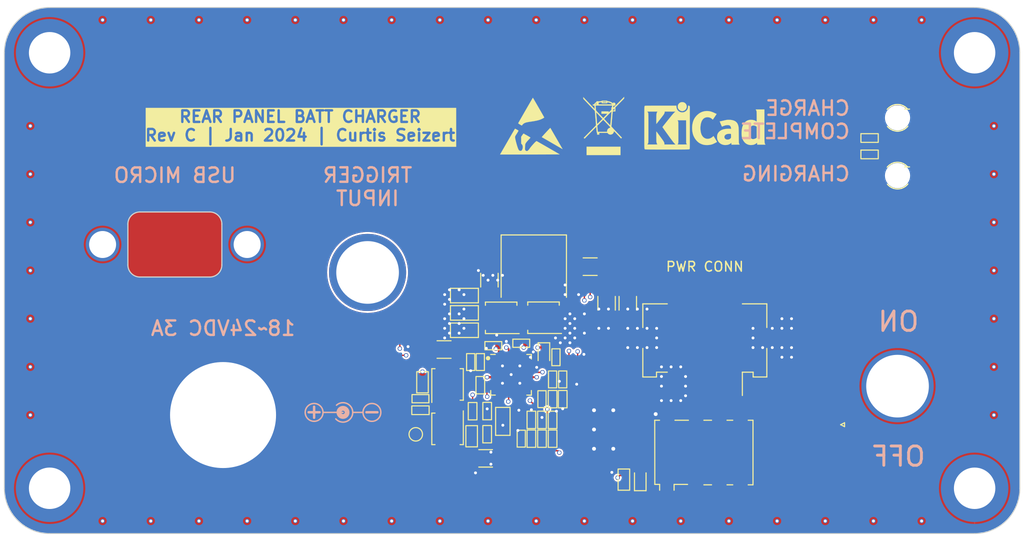
<source format=kicad_pcb>
(kicad_pcb (version 20221018) (generator pcbnew)
  (layers (0 "F.Cu" signal) (1 "In1.Cu" signal) (2 "In2.Cu" signal) (31 "B.Cu" signal) (34 "B.Paste" user) (35 "F.Paste" user) (36 "B.SilkS" user "B.Silkscreen") (37 "F.SilkS" user "F.Silkscreen") (38 "B.Mask" user) (39 "F.Mask" user) (44 "Edge.Cuts" user))
  (net 0 "")
  (net 1 "PWR_SW_GND")
  (net 2 "GND")
  (net 3 "2P")
  (net 4 "PWR_SW")
  (net 5 "Net-(C3-Pad1)")
  (net 6 "CHG_IN+")
  (net 7 "Net-(Q1-G)")
  (net 8 "Net-(C2-Pad1)")
  (net 9 "Net-(U1-TTC)")
  (net 10 "PACK+")
  (net 11 "CHG")
  (net 12 "Net-(D1-A)")
  (net 13 "Net-(D2-A)")
  (net 14 "ACP")
  (net 15 "VREF")
  (net 16 "ACN")
  (net 17 "CHG_VCC")
  (net 18 "/REGN")
  (net 19 "PH")
  (net 20 "/BTST")
  (net 21 "SRP")
  (net 22 "VFB")
  (net 23 "STAT1")
  (net 24 "STAT2")
  (net 25 "~{PG}")
  (net 26 "HIDRV")
  (net 27 "LODRV")
  (net 28 "TS")
  (net 29 "ACSET")
  (net 30 "ISET2")
  (net 31 "~{ACDRV}")
  (net 32 "ISET1")
  (net 33 "Net-(D3-K)")
  (net 34 "CASE")
  (net 38 "CE")
  (footprint "Package_SO:Vishay_PowerPAK_1212-8_Single" (layer "F.Cu") (at 83.3275 69.875 180)
    (fp_text reference "Q4" hide)
    (fp_text value "SiS106DN")
  )
  (footprint "Diode_SMD:D_SOD-523" (layer "F.Cu") (at 93.37 86.675 90)
    (fp_text reference "D3" hide)
    (fp_text value "NSR0340")
  )
  (footprint "Resistor_SMD:R_0402_1005Metric" (layer "F.Cu") (at 75.97 79.575 90)
    (fp_text reference "R12" hide)
    (fp_text value "100k")
  )
  (footprint "Resistor_SMD:R_1206_3216Metric" (layer "F.Cu") (at 73.0075 73.175 180)
    (fp_text reference "R17" hide)
    (fp_text value "0R01")
  )
  (footprint "Relay_SMD:Relay_DPDT_Omron_G6K-2F-Y" (layer "F.Cu") (at 99.97 83.875 90)
    (fp_text reference "K1" hide)
    (fp_text value "G6K-2F-Y DC24")
  )
  (footprint "Resistor_SMD:R_0402_1005Metric" (layer "F.Cu") (at 83.17 82.425 90)
    (fp_text reference "R8" hide)
    (fp_text value "100k")
  )
  (footprint "Capacitor_SMD:C_1206_3216Metric_Red" (layer "F.Cu") (at 77.32 84.475)
    (fp_text reference "C2" hide)
    (fp_text value "10uF")
  )
  (footprint "Connector_Coaxial:SMA_PanelMount" (layer "F.Cu") (at 65.07 65.175)
    (fp_text reference "H7" hide)
    (fp_text value "SMA_Mounting_Hole")
  )
  (footprint "Resistor_SMD:R_0402_1005Metric" (layer "F.Cu") (at 77.4825 81.9625 90)
    (fp_text reference "R4" hide)
    (fp_text value "100k")
  )
  (footprint "Resistor_SMD:R_0603_1608Metric_red" (layer "F.Cu") (at 91.67 86.675 90)
    (fp_text reference "R3" hide)
    (fp_text value "2R")
  )
  (footprint "Resistor_SMD:R_0402_1005Metric" (layer "F.Cu") (at 85.32 78.325 90)
    (fp_text reference "R20" hide)
    (fp_text value "100k")
  )
  (footprint "MountingHole:MountingHole_4.3mm_M4_ISO14580_Pad" (layer "F.Cu") (at 128.07 42.375)
    (fp_text reference "H4" hide)
    (fp_text value "MountingHole")
  )
  (footprint "Connector_USB:PANEL_CUTOUT_MUSBK15230" (layer "F.Cu") (at 45.07 62.275 180)
    (fp_text reference "H6" hide)
    (fp_text value "USB_Mounting_Hole")
    (fp_line (start -4.875 2.125) (end -4.875 -2.125) (stroke (width 0.12)) (layer "Edge.Cuts"))
    (fp_line (start -3.625 -3.375) (end 3.625 -3.375) (stroke (width 0.12)) (layer "Edge.Cuts"))
    (fp_line (start 3.625 3.375) (end -3.625 3.375) (stroke (width 0.12)) (layer "Edge.Cuts"))
    (fp_line (start 4.875 -2.125) (end 4.875 2.125) (stroke (width 0.12)) (layer "Edge.Cuts"))
    (fp_arc (start -4.875 -2.125) (mid -4.508884 -3.008884) (end -3.625 -3.375) (stroke (width 0.12)) (layer "Edge.Cuts"))
    (fp_arc (start -3.625 3.375) (mid -4.508884 3.008884) (end -4.875 2.125) (stroke (width 0.12)) (layer "Edge.Cuts"))
    (fp_arc (start 3.625 -3.375) (mid 4.508883 -3.008883) (end 4.875 -2.125) (stroke (width 0.12)) (layer "Edge.Cuts"))
    (fp_arc (start 4.875 2.125) (mid 4.508883 3.008883) (end 3.625 3.375) (stroke (width 0.12)) (layer "Edge.Cuts"))
  )
  (footprint "Symbol:WEEE-Logo_4.2x6mm_SilkScreen" (layer "F.Cu") (at 89.57 49.975)
    (fp_text reference "REF**" hide)
    (fp_text value "WEEE-Logo_4.2x6mm_SilkScreen" hide)
  )
  (footprint "Symbol:KiCad-Logo_5mm_SilkScreen" (layer "F.Cu") (at 100.07 50.475)
    (fp_text reference "REF**" hide)
    (fp_text value "KiCad-Logo_5mm_SilkScreen" hide)
  )
  (footprint "Package_SO:Vishay_PowerPAK_1212-8_Single" (layer "F.Cu") (at 73.37 76.7975 90)
    (fp_text reference "Q2" hide)
    (fp_text value "SiS443DN")
  )
  (footprint "LED_SMD:LED_Osram_Lx_P47F_D2mm_ReverseMount" (layer "F.Cu") (at 120.07 55.125 180)
    (fp_text reference "D2" hide)
    (fp_text value "LED")
  )
  (footprint "Resistor_SMD:R_0402_1005Metric" (layer "F.Cu") (at 82.07 82.425 90)
    (fp_text reference "R10" hide)
    (fp_text value "100k")
  )
  (footprint "Capacitor_SMD:C_0402_1005Metric" (layer "F.Cu") (at 76.77 74.475 -90)
    (fp_text reference "C8" hide)
    (fp_text value "1uF X5R")
  )
  (footprint "Capacitor_SMD:C_0402_1005Metric" (layer "F.Cu") (at 81.02 72.525)
    (fp_text reference "C6" hide)
    (fp_text value "1uF X5R")
  )
  (footprint "Resistor_SMD:R_0402_1005Metric" (layer "F.Cu") (at 76.77 76.875 90)
    (fp_text reference "R15" hide)
    (fp_text value "1k")
  )
  (footprint "Capacitor_SMD:C_0805_2012Metric_Red_outline" (layer "F.Cu") (at 79.1075 80.6325 -90)
    (fp_text reference "C4" hide)
    (fp_text value "47nF C0G")
  )
  (footprint "Symbol:ESD-Logo_6.6x6mm_SilkScreen" (layer "F.Cu") (at 82.07 49.975)
    (fp_text reference "REF**" hide)
    (fp_text value "ESD-Logo_6.6x6mm_SilkScreen" hide)
  )
  (footprint "MountingHole:MountingHole_4.3mm_M4_ISO14580_Pad" (layer "F.Cu") (at 32.07 42.375)
    (fp_text reference "H1" hide)
    (fp_text value "MountingHole")
  )
  (footprint "Capacitor_SMD:C_1206_3216Metric_Red" (layer "F.Cu") (at 92.07 68.375 -90)
    (fp_text reference "C13" hide)
    (fp_text value "10uF")
  )
  (footprint "Resistor_SMD:R_0402_1005Metric" (layer "F.Cu") (at 77.4825 79.5625 90)
    (fp_text reference "R5" hide)
    (fp_text value "100k")
  )
  (footprint "Capacitor_SMD:C_1206_3216Metric_Red" (layer "F.Cu") (at 77.72 65.975 90)
    (fp_text reference "C10" hide)
    (fp_text value "10uF")
  )
  (footprint "Capacitor_SMD:C_0402_1005Metric" (layer "F.Cu") (at 84.62 73.975 90)
    (fp_text reference "C7" hide)
    (fp_text value "1uF X5R")
  )
  (footprint "Capacitor_SMD:C_0402_1005Metric" (layer "F.Cu") (at 70.5575 78.275 180)
    (fp_text reference "C3" hide)
    (fp_text value "1uF X5R")
  )
  (footprint "Capacitor_SMD:C_0402_1005Metric" (layer "F.Cu") (at 83.17 78.325 -90)
    (fp_text reference "C15" hide)
    (fp_text value "22pF")
  )
  (footprint "Capacitor_SMD:C_0402_1005Metric" (layer "F.Cu") (at 75.77 74.475 90)
    (fp_text reference "C5" hide)
    (fp_text value "1uF X5R")
  )
  (footprint "Capacitor_SMD:C_0805_2012Metric_Red_outline" (layer "F.Cu") (at 75.12 71.175 180)
    (fp_text reference "C18" hide)
    (fp_text value "10uF/50V")
  )
  (footprint "Resistor_SMD:R_0402_1005Metric" (layer "F.Cu") (at 82.07 80.475 90)
    (fp_text reference "R11" hide)
    (fp_text value "13k7")
  )
  (footprint "Capacitor_SMD:C_1206_3216Metric_Red" (layer "F.Cu") (at 89.87 68.375 -90)
    (fp_text reference "C14" hide)
    (fp_text value "10uF")
  )
  (footprint "Inductor_SMD:L_Coilcraft_XAL60xx_6.36x6.56mm" (layer "F.Cu") (at 82.32 64.575 -90)
    (fp_text reference "L1" hide)
    (fp_text value "XGL6060-123")
  )
  (footprint "Resistor_SMD:R_0603_1608Metric_red" (layer "F.Cu") (at 75.87 82.175 -90)
    (fp_text reference "R13" hide)
    (fp_text value "2R")
  )
  (footprint "Panel_Cutouts:PanelCutout_6.5mm_PTH" (layer "F.Cu") (at 120.07 76.975)
    (fp_text reference "H5" hide)
    (fp_text value "MountingHole")
  )
  (footprint "Resistor_SMD:R_0402_1005Metric" (layer "F.Cu") (at 84.27 78.325 90)
    (fp_text reference "R19" hide)
    (fp_text value "680k")
  )
  (footprint "Capacitor_SMD:C_0402_1005Metric" (layer "F.Cu") (at 85.32 76.275 -90)
    (fp_text reference "C11" hide)
    (fp_text value "1uF X5R")
  )
  (footprint "Resistor_SMD:R_0402_1005Metric" (layer "F.Cu") (at 70.5575 79.475 180)
    (fp_text reference "R14" hide)
    (fp_text value "100k")
  )
  (footprint "Resistor_SMD:R_0402_1005Metric" (layer "F.Cu") (at 83.17 80.475 90)
    (fp_text reference "R9" hide)
    (fp_text value "13k7")
  )
  (footprint "Capacitor_SMD:C_0402_1005Metric" (layer "F.Cu") (at 81.02 82.425 90)
    (fp_text reference "C1" hide)
    (fp_text value "1uF X5R")
  )
  (footprint "Package_DFN_QFN:HVQFN-24-1EP_4x4mm_P0.5mm_EP2.5x2.5mm" (layer "F.Cu") (at 79.9575 75.795)
    (fp_text reference "U1" hide)
    (fp_text value "BQ24618")
  )
  (footprint "MountingHole:MountingHole_4.3mm_M4_ISO14580_Pad" (layer "F.Cu") (at 128.07 87.575)
    (fp_text reference "H3" hide)
    (fp_text value "MountingHole")
  )
  (footprint "Capacitor_SMD:C_0805_2012Metric_Red_outline" (layer "F.Cu") (at 75.12 69.375 180)
    (fp_text reference "C17" hide)
    (fp_text value "10uF/50V")
  )
  (footprint "Package_SO:Vishay_PowerPAK_1212-8_Single" (layer "F.Cu") (at 78.935 69.885 180)
    (fp_text reference "Q3" hide)
    (fp_text value "SiS106DN")
  )
  (footprint "Resistor_SMD:R_1206_3216Metric" (layer "F.Cu") (at 88.17 64.575 180)
    (fp_text reference "R18" hide)
    (fp_text value "0R01")
  )
  (footprint "Resistor_SMD:R_0402_1005Metric" (layer "F.Cu") (at 117.17 52.925)
    (fp_text reference "R2" hide)
    (fp_text value "13k7")
  )
  (footprint "LED_SMD:LED_Osram_Lx_P47F_D2mm_ReverseMount" (layer "F.Cu") (at 120.07 49.125 180)
    (fp_text reference "D1" hide)
    (fp_text value "LED")
  )
  (footprint "Connector_Molex:Molex_Micro-Fit_3.0_43045-0618_2x03-1MP_P3.00mm_Vertical" (layer "F.Cu") (at 100.07 71.975 180)
    (fp_text reference "J2" hide)
    (fp_text value "Molex Micro-Fit 3.0 43045-0618")
  )
  (footprint "Capacitor_SMD:C_0402_1005Metric" (layer "F.Cu") (at 84.27 76.275 90)
    (fp_text reference "C12" hide)
    (fp_text value "1uF X5R")
  )
  (footprint "Package_SO:Vishay_PowerPAK_1212-8_Single" (layer "F.Cu") (at 73.37 81.4075 -90)
    (fp_text reference "Q1" hide)
    (fp_text value "SiS443DN")
  )
  (footprint "Capacitor_SMD:C_0805_2012Metric_Red_outline" (layer "F.Cu") (at 75.12 67.575 180)
    (fp_text reference "C16" hide)
    (fp_text value "10uF/50V")
  )
  (footprint "TestPoint:TestPoint_3Pads" (layer "F.Cu") (at 112.07 76.975 180)
    (fp_text reference "SW1" hide)
    (fp_text value "SW_SPDT")
  )
  (footprint "Resistor_SMD:R_0402_1005Metric" (layer "F.Cu") (at 84.27 82.425 90)
    (fp_text reference "R6" hide)
    (fp_text value "100k")
  )
  (footprint "Resistor_SMD:R_0402_1005Metric" (layer "F.Cu") (at 117.17 51.225)
    (fp_text reference "R1" hide)
    (fp_text value "13k7")
  )
  (footprint "Resistor_SMD:R_0402_1005Metric" (layer "F.Cu") (at 84.27 80.475 90)
    (fp_text reference "R7" hide)
    (fp_text value "13k7")
  )
  (footprint "Capacitor_SMD:C_0402_1005Metric" (layer "F.Cu") (at 78.12 72.775 180)
    (fp_text reference "C9" hide)
    (fp_text value "1uF X5R")
  )
  (footprint "TestPoint:TestPoint_Pad_D1.0mm" (layer "F.Cu") (at 70.07 81.975)
    (fp_text reference "TP1" hide)
    (fp_text value "TestPoint")
  )
  (footprint "Resistor_SMD:R_0603_1608Metric_red" (layer "F.Cu") (at 70.77 76.575 90)
    (fp_text reference "R16" hide)
    (fp_text value "2R")
  )
  (footprint "MountingHole:MountingHole_4.3mm_M4_ISO14580_Pad" (layer "F.Cu") (at 32.07 87.575)
    (fp_text reference "H2" hide)
    (fp_text value "MountingHole")
  )
  (footprint "Connector_BarrelJack:BarrelJackDC_Switchcraft721_712" (layer "F.Cu") (at 50.07 79.975)
    (fp_text reference "J1" hide)
    (fp_text value "Barrel_Jack")
  )
  (footprint "Diode_SMD:D_SOD-523" (layer "F.Cu") (at 83.37 73.625 -90)
    (fp_text reference "D4" hide)
    (fp_text value "NSR0340")
  )
  (footprint "Symbol:Symbol_Barrel_Polarity" (layer "B.Cu") (at 62.52 79.625 180)
    (fp_text reference "REF**" hide)
    (fp_text value "Symbol_Barrel_Polarity")
  )
  (gr_circle (center 77.57 74.075) (end 77.42 74.075) (stroke (width 0.15)) (fill solid) (layer "F.SilkS"))
  (gr_line (start 132.77 87.575) (end 132.77 42.375) (stroke (width 0.1)) (layer "Edge.Cuts"))
  (gr_line (start 27.37 87.575) (end 27.37 42.375) (stroke (width 0.1)) (layer "Edge.Cuts"))
  (gr_arc (start 132.77 87.575) (mid 131.393402 90.898402) (end 128.07 92.275) (stroke (width 0.1)) (layer "Edge.Cuts"))
  (gr_line (start 32.07 92.275) (end 128.07 92.275) (stroke (width 0.1)) (layer "Edge.Cuts"))
  (gr_arc (start 32.07 92.275) (mid 28.746598 90.898402) (end 27.37 87.575) (stroke (width 0.1)) (layer "Edge.Cuts"))
  (gr_arc (start 27.37 42.375) (mid 28.746598 39.051598) (end 32.07 37.675) (stroke (width 0.1)) (layer "Edge.Cuts"))
  (gr_line (start 32.07 37.675) (end 128.07 37.675) (stroke (width 0.1)) (layer "Edge.Cuts"))
  (gr_arc (start 128.07 37.675) (mid 131.393402 39.051598) (end 132.77 42.375) (stroke (width 0.1)) (layer "Edge.Cuts"))
  (gr_text "-" (at 65.52 79.575) (layer "B.SilkS") (effects (font (size 1.5 1.5) (thickness 0.25)) (justify mirror)))
  (gr_text "CHARGING" (at 115.27 55.825) (layer "B.SilkS") (effects (font (size 1.5 1.5) (thickness 0.25) bold) (justify left bottom mirror)))
  (gr_text "TRIGGER\nINPUT" (at 65.07 58.375) (layer "B.SilkS") (effects (font (size 1.5 1.5) (thickness 0.25) bold) (justify bottom mirror)))
  (gr_text "USB MICRO" (at 45.07 55.975) (layer "B.SilkS") (effects (font (size 1.5 1.5) (thickness 0.25) bold) (justify bottom mirror)))
  (gr_text "CHARGE\nCOMPLETE" (at 115.27 51.425) (layer "B.SilkS") (effects (font (size 1.5 1.5) (thickness 0.25) bold) (justify left bottom mirror)))
  (gr_text "ON" (at 120.17 70.275) (layer "B.SilkS") (effects (font (size 2 2) (thickness 0.3)) (justify mirror)))
  (gr_text "18~24VDC 3A" (at 50.07 70.975) (layer "B.SilkS") (effects (font (size 1.5 1.5) (thickness 0.25)) (justify mirror)))
  (gr_text "+" (at 59.52 79.575) (layer "B.SilkS") (effects (font (size 1.5 1.5) (thickness 0.25)) (justify mirror)))
  (gr_text "OFF" (at 120.17 84.275) (layer "B.SilkS") (effects (font (size 2 2) (thickness 0.3)) (justify mirror)))
  (gr_text "PWR CONN" (at 100.07 64.575) (layer "F.SilkS") (effects (font (size 1 1))))
  (gr_text "REAR PANEL BATT CHARGER\nRev C | Jan 2024 | Curtis Seizert" (at 58.07 49.975) (layer "F.SilkS" knockout) (effects (font (size 1.2 1.2) (thickness 0.25) bold)))
  (segment (start 105.32 81.525) (end 105.32 77.875) (width 0.15) (layer "F.Cu") (net 1))
  (segment (start 99.37 81.675) (end 100.27 82.575) (width 0.15) (layer "F.Cu") (net 1))
  (segment (start 100.27 82.575) (end 104.87 82.575) (width 0.15) (layer "F.Cu") (net 1))
  (segment (start 104.12 76.675) (end 103.07 76.675) (width 0.15) (layer "F.Cu") (net 1))
  (segment (start 105.32 82.125) (end 105.32 81.525) (width 0.15) (layer "F.Cu") (net 1))
  (segment (start 115.12 73.575) (end 115.12 82.325) (width 0.15) (layer "F.Cu") (net 1))
  (segment (start 114.67 82.775) (end 108.52 82.775) (width 0.15) (layer "F.Cu") (net 1))
  (segment (start 99.37 80.375) (end 99.37 81.675) (width 0.15) (layer "F.Cu") (net 1))
  (segment (start 107.27 81.525) (end 105.32 81.525) (width 0.15) (layer "F.Cu") (net 1))
  (segment (start 104.87 82.575) (end 105.32 82.125) (width 0.15) (layer "F.Cu") (net 1))
  (segment (start 112.07 72.975) (end 114.52 72.975) (width 0.15) (layer "F.Cu") (net 1))
  (segment (start 114.52 72.975) (end 115.12 73.575) (width 0.15) (layer "F.Cu") (net 1))
  (segment (start 115.12 82.325) (end 114.67 82.775) (width 0.15) (layer "F.Cu") (net 1))
  (segment (start 105.32 77.875) (end 104.12 76.675) (width 0.15) (layer "F.Cu") (net 1))
  (segment (start 108.52 82.775) (end 107.27 81.525) (width 0.15) (layer "F.Cu") (net 1))
  (segment (start 81.895 75.045) (end 80.9 75.045) (width 0.2) (layer "F.Cu") (net 2))
  (segment (start 81.895 75.045) (end 82.6 75.045) (width 0.25) (layer "F.Cu") (net 2))
  (segment (start 93.37 83.175) (end 96.17 80.375) (width 0.2) (layer "F.Cu") (net 2))
  (segment (start 77.64 72.775) (end 77.64 72.805) (width 0.25) (layer "F.Cu") (net 2))
  (segment (start 77.64 72.805) (end 77.395 73.05) (width 0.25) (layer "F.Cu") (net 2))
  (segment (start 82.6 75.045) (end 82.62 75.025) (width 0.25) (layer "F.Cu") (net 2))
  (segment (start 93.37 85.975) (end 93.37 83.175) (width 0.2) (layer "F.Cu") (net 2))
  (via (at 98.07 77.975) (size 0.45) (drill 0.3) (layers "F.Cu" "B.Cu") (net 2))
  (via (at 75.07 69.975) (size 0.45) (drill 0.3) (layers "F.Cu" "B.Cu") (net 2))
  (via (at 79.1075 81.0325) (size 0.45) (drill 0.3) (layers "F.Cu" "B.Cu") (net 2))
  (via (at 109.07 69.975) (size 0.45) (drill 0.3) (layers "F.Cu" "B.Cu") (net 2))
  (via (at 74.57 70.475) (size 0.45) (drill 0.3) (layers "F.Cu" "B.Cu") (net 2))
  (via (at 85.32 79.325) (size 0.45) (drill 0.3) (layers "F.Cu" "B.Cu") (net 2))
  (via (at 93.07 70.975) (size 0.45) (drill 0.3) (layers "F.Cu" "B.Cu") (net 2))
  (via (at 95.57 76.975) (size 0.45) (drill 0.3) (layers "F.Cu" "B.Cu") (net 2))
  (via (at 94.07 68.975) (size 0.45) (drill 0.3) (layers "F.Cu" "B.Cu") (net 2))
  (via (at 92.07 68.975) (size 0.45) (drill 0.3) (layers "F.Cu" "B.Cu") (net 2))
  (via (at 77.4825 79.3325) (size 0.45) (drill 0.3) (layers "F.Cu" "B.Cu") (net 2))
  (via (at 105.07 71.975) (size 0.45) (drill 0.3) (layers "F.Cu" "B.Cu") (net 2))
  (via (at 90.42 85.925) (size 0.45) (drill 0.3) (layers "F.Cu" "B.Cu") (net 2))
  (via (at 109.07 72.975) (size 0.45) (drill 0.3) (layers "F.Cu" "B.Cu") (net 2))
  (via (at 86.07 72.475) (size 0.45) (drill 0.3) (layers "F.Cu" "B.Cu") (net 2))
  (via (at 89.07 68.975) (size 0.45) (drill 0.3) (layers "F.Cu" "B.Cu") (net 2))
  (via (at 87.57 71.475) (size 0.45) (drill 0.3) (layers "F.Cu" "B.Cu") (net 2))
  (via (at 73.07 68.475) (size 0.45) (drill 0.3) (layers "F.Cu" "B.Cu") (net 2))
  (via (at 85.57 67.475) (size 0.45) (drill 0.3) (layers "F.Cu" "B.Cu") (net 2))
  (via (at 106.07 72.975) (size 0.45) (drill 0.3) (layers "F.Cu" "B.Cu") (net 2))
  (via (at 83.17 80.225) (size 0.45) (drill 0.3) (layers "F.Cu" "B.Cu") (net 2))
  (via (at 77.87 85.075) (size 0.45) (drill 0.3) (layers "F.Cu" "B.Cu") (net 2))
  (via (at 90.07 70.975) (size 0.45) (drill 0.3) (layers "F.Cu" "B.Cu") (net 2))
  (via (at 77.395 73.05) (size 0.45) (drill 0.3) (layers "F.Cu" "B.Cu") (net 2))
  (via (at 79.97 75.775) (size 0.45) (drill 0.3) (layers "F.Cu" "B.Cu") (net 2))
  (via (at 74.57 66.975) (size 0.45) (drill 0.3) (layers "F.Cu" "B.Cu") (net 2))
  (via (at 78.07 65.475) (size 0.45) (drill 0.3) (layers "F.Cu" "B.Cu") (net 2))
  (via (at 105.07 70.975) (size 0.45) (drill 0.3) (layers "F.Cu" "B.Cu") (net 2))
  (via (at 108.07 70.975) (size 0.45) (drill 0.3) (layers "F.Cu" "B.Cu") (net 2))
  (via (at 73.57 70.475) (size 0.45) (drill 0.3) (layers "F.Cu" "B.Cu") (net 2))
  (via (at 95.07 70.975) (size 0.45) (drill 0.3) (layers "F.Cu" "B.Cu") (net 2))
  (via (at 85.57 71.975) (size 0.45) (drill 0.3) (layers "F.Cu" "B.Cu") (net 2))
  (via (at 109.07 70.975) (size 0.45) (drill 0.3) (layers "F.Cu" "B.Cu") (net 2))
  (via (at 82.62 75.025) (size 0.45) (drill 0.3) (layers "F.Cu" "B.Cu") (net 2))
  (via (at 85.57 66.475) (size 0.45) (drill 0.3) (layers "F.Cu" "B.Cu") (net 2))
  (via (at 88.57 83.475) (size 0.8) (drill 0.4) (layers "F.Cu" "B.Cu") (net 2))
  (via (at 80.87 74.875) (size 0.45) (drill 0.3) (layers "F.Cu" "B.Cu") (net 2))
  (via (at 95.57 75.975) (size 0.45) (drill 0.3) (layers "F.Cu" "B.Cu") (net 2))
  (via (at 78.47 71.675) (size 0.45) (drill 0.3) (layers "F.Cu" "B.Cu") (net 2))
  (via (at 92.07 72.975) (size 0.45) (drill 0.3) (layers "F.Cu" "B.Cu") (net 2))
  (via (at 77.57 65.975) (size 0.45) (drill 0.3) (layers "F.Cu" "B.Cu") (net 2))
  (via (at 90.57 83.475) (size 0.8) (drill 0.4) (layers "F.Cu" "B.Cu") (net 2))
  (via (at 78.57 65.975) (size 0.45) (drill 0.3) (layers "F.Cu" "B.Cu") (net 2))
  (via (at 95.07 72.975) (size 0.45) (drill 0.3) (layers "F.Cu" "B.Cu") (net 2))
  (via (at 84.97 76.475) (size 0.45) (drill 0.3) (layers "F.Cu" "B.Cu") (net 2))
  (via (at 107.07 70.975) (size 0.45) (drill 0.3) (layers "F.Cu" "B.Cu") (net 2))
  (via (at 97.57 74.975) (size 0.45) (drill 0.3) (layers "F.Cu" "B.Cu") (net 2))
  (via (at 86.07 70.475) (size 0.45) (drill 0.3) (layers "F.Cu" "B.Cu") (net 2))
  (via (at 107.07 72.975) (size 0.45) (drill 0.3) (layers "F.Cu" "B.Cu") (net 2))
  (via (at 86.77 76.775) (size 0.45) (drill 0.3) (layers "F.Cu" "B.Cu") (net 2))
  (via (at 108.07 69.975) (size 0.45) (drill 0.3) (layers "F.Cu" "B.Cu") (net 2))
  (via (at 74.57 71.475) (size 0.45) (drill 0.3) (layers "F.Cu" "B.Cu") (net 2))
  (via (at 80.67 81.575) (size 0.45) (drill 0.3) (layers "F.Cu" "B.Cu") (net 2))
  (via (at 75.07 68.975) (size 0.45) (drill 0.3) (layers "F.Cu" "B.Cu") (net 2))
  (via (at 73.07 67.475) (size 0.45) (drill 0.3) (layers "F.Cu" "B.Cu") (net 2))
  (via (at 85.57 69.975) (size 0.45) (drill 0.3) (layers "F.Cu" "B.Cu") (net 2))
  (via (at 79.07 65.475) (size 0.45) (drill 0.3) (layers "F.Cu" "B.Cu") (net 2))
  (via (at 96.57 78.475) (size 0.45) (drill 0.3) (layers "F.Cu" "B.Cu") (net 2))
  (via (at 86.57 69.975) (size 0.45) (drill 0.3) (layers "F.Cu" "B.Cu") (net 2))
  (via (at 86.97 67.475) (size 0.45) (drill 0.3) (layers "F.Cu" "B.Cu") (net 2))
  (via (at 87.52 73.675) (size 0.45) (drill 0.3) (layers "F.Cu" "B.Cu") (net 2))
  (via (at 84.67 79.575) (size 0.45) (drill 0.3) (layers "F.Cu" "B.Cu") (net 2))
  (via (at 93.07 72.975) (size 0.45) (drill 0.3) (layers "F.Cu" "B.Cu") (net 2))
  (via (at 73.57 71.475) (size 0.45) (drill 0.3) (layers "F.Cu" "B.Cu") (net 2))
  (via (at 98.07 76.975) (size 0.45) (drill 0.3) (layers "F.Cu" "B.Cu") (net 2))
  (via (at 75.07 70.975) (size 0.45) (drill 0.3) (layers "F.Cu" "B.Cu") (net 2))
  (via (at 77.07 65.475) (size 0.45) (drill 0.3) (layers "F.Cu" "B.Cu") (net 2))
  (via (at 74.57 69.475) (size 0.45) (drill 0.3) (layers "F.Cu" "B.Cu") (net 2))
  (via (at 79.07 74.875) (size 0.45) (drill 0.3) (layers "F.Cu" "B.Cu") (net 2))
  (via (at 81.97 73.975) (size 0.45) (drill 0.3) (layers "F.Cu" "B.Cu") (net 2))
  (via (at 94.97 79.875) (size 0.8) (drill 0.4) (layers "F.Cu" "B.Cu") (net 2))
  (via (at 82.27 73.425) (size 0.45) (drill 0.3) (layers "F.Cu" "B.Cu") (net 2))
  (via (at 95.57 74.975) (size 0.45) (drill 0.3) (layers "F.Cu" "B.Cu") (net 2))
  (via (at 90.07 68.975) (size 0.45) (drill 0.3) (layers "F.Cu" "B.Cu") (net 2))
  (via (at 86.57 70.975) (size 0.45) (drill 0.3) (layers "F.Cu" "B.Cu") (net 2))
  (via (at 90.57 79.475) (size 0.8) (drill 0.4) (layers "F.Cu" "B.Cu") (net 2))
  (via (at 73.07 70.975) (size 0.45) (drill 0.3) (layers "F.Cu" "B.Cu") (net 2))
  (via (at 69.27 72.875) (size 0.45) (drill 0.3) (layers "F.Cu" "B.Cu") (net 2))
  (via (at 94.07 72.975) (size 0.45) (drill 0.3) (layers "F.Cu" "B.Cu") (net 2))
  (via (at 109.07 73.975) (size 0.45) (drill 0.3) (layers "F.Cu" "B.Cu") (net 2))
  (via (at 73.57 69.475) (size 0.45) (drill 0.3) (layers "F.Cu" "B.Cu") (net 2))
  (via (at 108.07 72.975) (size 0.45) (drill 0.3) (layers "F.Cu" "B.Cu") (net 2))
  (via (at 94.07 70.975) (size 0.45) (drill 0.3) (layers "F.Cu" "B.Cu") (net 2))
  (via (at 76.57 64.975) (size 0.45) (drill 0.3) (layers "F.Cu" "B.Cu") (net 2))
  (via (at 73.57 66.975) (size 0.45) (drill 0.3) (layers "F.Cu" "B.Cu") (net 2))
  (via (at 86.57 71.975) (size 0.45) (drill 0.3) (layers "F.Cu" "B.Cu") (net 2))
  (via (at 96.57 74.975) (size 0.45) (drill 0.3) (layers "F.Cu" "B.Cu") (net 2))
  (via (at 86.07 71.475) (size 0.45) (drill 0.3) (layers "F.Cu" "B.Cu") (net 2))
  (via (at 95.07 71.975) (size 0.45) (drill 0.3) (layers "F.Cu" "B.Cu") (net 2))
  (via (at 80.87 76.675) (size 0.45) (drill 0.3) (layers "F.Cu" "B.Cu") (net 2))
  (via (at 79.47 72.325) (size 0.45) (drill 0.3) (layers "F.Cu" "B.Cu") (net 2))
  (via (at 86.07 69.475) (size 0.45) (drill 0.3) (layers "F.Cu" "B.Cu") (net 2))
  (via (at 85.57 70.975) (size 0.45) (drill 0.3) (layers "F.Cu" "B.Cu") (net 2))
  (via (at 84.57 71.975) (size 0.45) (drill 0.3) (layers "F.Cu" "B.Cu") (net 2))
  (via (at 93.07 68.975) (size 0.45) (drill 0.3) (layers "F.Cu" "B.Cu") (net 2))
  (via (at 77.87 83.825) (size 0.45) (drill 0.3) (layers "F.Cu" "B.Cu") (net 2))
  (via (at 88.57 79.475) (size 0.8) (drill 0.4) (layers "F.Cu" "B.Cu") (net 2))
  (via (at 73.57 67.975) (size 0.45) (drill 0.3) (layers "F.Cu" "B.Cu") (net 2))
  (via (at 87.57 69.475) (size 0.45) (drill 0.3) (layers "F.Cu" "B.Cu") (net 2))
  (via (at 92.07 70.975) (size 0.45) (drill 0.3) (layers "F.Cu" "B.Cu") (net 2))
  (via (at 95.57 78.475) (size 0.45) (drill 0.3) (layers "F.Cu" "B.Cu") (net 2))
  (via (at 97.57 78.475) (size 0.45) (drill 0.3) (layers "F.Cu" "B.Cu") (net 2))
  (via (at 79.07 76.675) (size 0.45) (drill 0.3) (layers "F.Cu" "B.Cu") (net 2))
  (via (at 73.07 69.975) (size 0.45) (drill 0.3) (layers "F.Cu" "B.Cu") (net 2))
  (via (at 108.07 73.975) (size 0.45) (drill 0.3) (layers "F.Cu" "B.Cu") (net 2))
  (via (at 105.07 72.975) (size 0.45) (drill 0.3) (layers "F.Cu" "B.Cu") (net 2))
  (via (at 89.07 70.975) (size 0.45) (drill 0.3) (layers "F.Cu" "B.Cu") (net 2))
  (via (at 76.27 85.975) (size 0.45) (drill 0.3) (layers "F.Cu" "B.Cu") (net 2))
  (via (at 85.07 72.475) (size 0.45) (drill 0.3) (layers "F.Cu" "B.Cu") (net 2))
  (via (at 75.77 75.375) (size 0.45) (drill 0.3) (layers "F.Cu" "B.Cu") (net 2))
  (via (at 75.07 67.475) (size 0.45) (drill 0.3) (layers "F.Cu" "B.Cu") (net 2))
  (via (at 88.57 81.475) (size 0.8) (drill 0.4) (layers "F.Cu" "B.Cu") (net 2))
  (via (at 73.07 71.975) (size 0.45) (drill 0.3) (layers "F.Cu" "B.Cu") (net 2))
  (via (at 98.07 75.975) (size 0.45) (drill 0.3) (layers "F.Cu" "B.Cu") (net 2))
  (via (at 80.77 79.475) (size 0.45) (drill 0.3) (layers "F.Cu" "B.Cu") (net 2))
  (via (at 82.07 79.425) (size 0.45) (drill 0.3) (layers "F.Cu" "B.Cu") (net 2))
  (segment (start 110.42 80.975) (end 103.47 74.025) (width 0.15) (layer "F.Cu") (net 3))
  (segment (start 103.47 74.025) (end 100.82 74.025) (width 0.15) (layer "F.Cu") (net 3))
  (segment (start 100.07 74.775) (end 100.07 76.675) (width 0.15) (layer "F.Cu") (net 3))
  (segment (start 101.42 78.575) (end 100.07 77.225) (width 0.15) (layer "F.Cu") (net 3))
  (segment (start 100.82 74.025) (end 100.07 74.775) (width 0.15) (layer "F.Cu") (net 3))
  (segment (start 102.72 78.575) (end 101.42 78.575) (width 0.15) (layer "F.Cu") (net 3))
  (segment (start 103.77 79.625) (end 102.72 78.575) (width 0.15) (layer "F.Cu") (net 3))
  (segment (start 103.07 72.675) (end 103.07 67.275) (width 0.15) (layer "F.Cu") (net 4))
  (segment (start 107.37 76.975) (end 103.07 72.675) (width 0.15) (layer "F.Cu") (net 4))
  (segment (start 112.07 76.975) (end 107.37 76.975) (width 0.15) (layer "F.Cu") (net 4))
  (segment (start 72.38 78.2325) (end 71.135 78.2325) (width 0.15) (layer "F.Cu") (net 5))
  (segment (start 71.01 79.4175) (end 71.01 77.0325) (width 0.15) (layer "F.Cu") (net 5))
  (segment (start 84.82 83.675) (end 84.97 83.825) (width 0.15) (layer "F.Cu") (net 6))
  (segment (start 70.77 67.225) (end 70.77 62.625) (width 0.15) (layer "F.Cu") (net 6))
  (segment (start 75.87 81.689117) (end 77.305883 83.125) (width 0.15) (layer "F.Cu") (net 6))
  (segment (start 80.07 83.125) (end 80.62 83.675) (width 0.15) (layer "F.Cu") (net 6))
  (segment (start 75.87 81.525) (end 75.87 80.185) (width 0.15) (layer "F.Cu") (net 6))
  (segment (start 77.305883 83.125) (end 80.07 83.125) (width 0.15) (layer "F.Cu") (net 6))
  (segment (start 80.47 52.925) (end 116.66 52.925) (width 0.15) (layer "F.Cu") (net 6))
  (segment (start 75.87 81.525) (end 73.81 81.525) (width 0.5) (layer "F.Cu") (net 6))
  (segment (start 70.77 62.625) (end 80.47 52.925) (width 0.15) (layer "F.Cu") (net 6))
  (segment (start 63.77 74.225) (end 70.77 67.225) (width 0.15) (layer "F.Cu") (net 6))
  (segment (start 62.07 79.975) (end 62.07 76.225) (width 0.15) (layer "F.Cu") (net 6))
  (segment (start 116.66 52.925) (end 116.66 51.225) (width 0.15) (layer "F.Cu") (net 6))
  (segment (start 63.77 74.525) (end 63.77 74.225) (width 0.15) (layer "F.Cu") (net 6))
  (segment (start 91.47 86.025) (end 91.02 86.475) (width 0.15) (layer "F.Cu") (net 6))
  (segment (start 80.62 83.675) (end 84.82 83.675) (width 0.15) (layer "F.Cu") (net 6))
  (segment (start 62.07 76.225) (end 63.77 74.525) (width 0.15) (layer "F.Cu") (net 6))
  (segment (start 84.97 83.825) (end 84.97 83.875) (width 0.15) (layer "F.Cu") (net 6))
  (via (at 91.02 86.475) (size 0.45) (drill 0.3) (layers "F.Cu" "B.Cu") (net 6))
  (via (at 84.97 83.875) (size 0.45) (drill 0.3) (layers "F.Cu" "B.Cu") (net 6))
  (segment (start 74.7875 78.28) (end 74.74 78.2325) (width 0.15) (layer "F.Cu") (net 7))
  (segment (start 71.205 80.6325) (end 70.0475 79.475) (width 0.15) (layer "F.Cu") (net 7))
  (segment (start 76.77 77.385) (end 75.56 77.385) (width 0.15) (layer "F.Cu") (net 7))
  (segment (start 72.38 80.46) (end 72.6125 80.6925) (width 0.15) (layer "F.Cu") (net 7))
  (segment (start 74.7875 80.6925) (end 74.7875 78.28) (width 0.15) (layer "F.Cu") (net 7))
  (segment (start 74.74 78.2325) (end 74.36 78.2325) (width 0.15) (layer "F.Cu") (net 7))
  (segment (start 70.0475 79.475) (end 70.0475 78.305) (width 0.15) (layer "F.Cu") (net 7))
  (segment (start 74.7125 78.2325) (end 74.36 78.2325) (width 0.15) (layer "F.Cu") (net 7))
  (segment (start 72.6125 80.6925) (end 74.7875 80.6925) (width 0.15) (layer "F.Cu") (net 7))
  (segment (start 71.96 80.6325) (end 71.205 80.6325) (width 0.15) (layer "F.Cu") (net 7))
  (segment (start 72.38 80.2125) (end 71.96 80.6325) (width 0.15) (layer "F.Cu") (net 7))
  (segment (start 72.38 79.9725) (end 72.38 80.46) (width 0.15) (layer "F.Cu") (net 7))
  (segment (start 75.56 77.385) (end 74.7125 78.2325) (width 0.15) (layer "F.Cu") (net 7))
  (segment (start 75.87 82.825) (end 75.87 84.425) (width 0.5) (layer "F.Cu") (net 8))
  (segment (start 79.1075 79.0325) (end 78.7075 78.6325) (width 0.15) (layer "F.Cu") (net 9))
  (segment (start 78.7075 78.6325) (end 78.7075 77.7325) (width 0.15) (layer "F.Cu") (net 9))
  (segment (start 79.1075 79.6825) (end 79.1075 79.0325) (width 0.15) (layer "F.Cu") (net 9))
  (segment (start 83.55 77.045) (end 83.84 76.755) (width 0.15) (layer "F.Cu") (net 10))
  (segment (start 85.581188 77.32) (end 85.895 77.006188) (width 0.15) (layer "F.Cu") (net 10))
  (segment (start 86.87 74.825) (end 86.87 73.375) (width 0.15) (layer "F.Cu") (net 10))
  (segment (start 84.835 77.32) (end 85.581188 77.32) (width 0.15) (layer "F.Cu") (net 10))
  (segment (start 81.895 77.045) (end 83.55 77.045) (width 0.15) (layer "F.Cu") (net 10))
  (segment (start 88.17 65.675) (end 88.17 67.725) (width 0.15) (layer "F.Cu") (net 10))
  (segment (start 84.27 76.755) (end 84.27 77.815) (width 0.15) (layer "F.Cu") (net 10))
  (segment (start 89.47 64.975) (end 88.87 64.975) (width 0.15) (layer "F.Cu") (net 10))
  (segment (start 83.17 77.845) (end 84.24 77.845) (width 0.15) (layer "F.Cu") (net 10))
  (segment (start 88.57 65.275) (end 88.17 65.675) (width 0.15) (layer "F.Cu") (net 10))
  (segment (start 83.84 76.755) (end 84.27 76.755) (width 0.15) (layer "F.Cu") (net 10))
  (segment (start 85.895 75.8) (end 86.87 74.825) (width 0.15) (layer "F.Cu") (net 10))
  (segment (start 88.87 64.975) (end 88.57 65.275) (width 0.15) (layer "F.Cu") (net 10))
  (segment (start 85.895 77.006188) (end 85.895 75.8) (width 0.15) (layer "F.Cu") (net 10))
  (segment (start 84.27 76.755) (end 84.835 77.32) (width 0.15) (layer "F.Cu") (net 10))
  (via (at 88.17 67.725) (size 0.45) (drill 0.3) (layers "F.Cu" "B.Cu") (net 10))
  (via (at 86.87 73.375) (size 0.45) (drill 0.3) (layers "F.Cu" "B.Cu") (net 10))
  (segment (start 98.72 74.775) (end 100.07 73.425) (width 0.15) (layer "F.Cu") (net 11))
  (segment (start 98.72 78.175) (end 98.72 74.775) (width 0.15) (layer "F.Cu") (net 11))
  (segment (start 100.07 73.425) (end 100.07 67.275) (width 0.15) (layer "F.Cu") (net 11))
  (segment (start 101.42 79.725) (end 100.67 78.975) (width 0.15) (layer "F.Cu") (net 11))
  (segment (start 99.52 78.975) (end 98.72 78.175) (width 0.15) (layer "F.Cu") (net 11))
  (segment (start 100.67 78.975) (end 99.52 78.975) (width 0.15) (layer "F.Cu") (net 11))
  (segment (start 117.68 49.215) (end 117.77 49.125) (width 0.15) (layer "F.Cu") (net 12))
  (segment (start 117.68 51.225) (end 117.68 49.215) (width 0.15) (layer "F.Cu") (net 12))
  (segment (start 117.68 55.035) (end 117.77 55.125) (width 0.15) (layer "F.Cu") (net 13))
  (segment (start 117.68 52.925) (end 117.68 55.035) (width 0.15) (layer "F.Cu") (net 13))
  (segment (start 72.67 73.175) (end 71.6075 73.175) (width 0.15) (layer "F.Cu") (net 14))
  (segment (start 76.76 75.045) (end 78.02 75.045) (width 0.15) (layer "F.Cu") (net 14))
  (segment (start 73.97 74.475) (end 72.67 73.175) (width 0.15) (layer "F.Cu") (net 14))
  (segment (start 75.29 74.475) (end 73.97 74.475) (width 0.15) (layer "F.Cu") (net 14))
  (segment (start 75.77 74.055) (end 76.76 75.045) (width 0.15) (layer "F.Cu") (net 14))
  (segment (start 75.77 73.995) (end 75.29 74.475) (width 0.15) (layer "F.Cu") (net 14))
  (segment (start 80.145 82.2) (end 80.315 82.2) (width 0.15) (layer "F.Cu") (net 15))
  (segment (start 80.2075 82.0925) (end 80.33 82.215) (width 0.15) (layer "F.Cu") (net 15))
  (segment (start 80.2075 77.7325) (end 80.2075 81.975) (width 0.15) (layer "F.Cu") (net 15))
  (segment (start 77.53 82.425) (end 77.4825 82.4725) (width 0.15) (layer "F.Cu") (net 15))
  (segment (start 80.33 82.215) (end 81.02 82.905) (width 0.15) (layer "F.Cu") (net 15))
  (segment (start 82.07 82.935) (end 81.05 82.935) (width 0.15) (layer "F.Cu") (net 15))
  (segment (start 80.2075 82.1375) (end 80.145 82.2) (width 0.15) (layer "F.Cu") (net 15))
  (segment (start 81.05 82.935) (end 81.02 82.905) (width 0.15) (layer "F.Cu") (net 15))
  (segment (start 79.92 82.425) (end 77.53 82.425) (width 0.15) (layer "F.Cu") (net 15))
  (segment (start 80.2075 81.975) (end 80.2075 82.1375) (width 0.15) (layer "F.Cu") (net 15))
  (segment (start 80.145 82.2) (end 79.92 82.425) (width 0.15) (layer "F.Cu") (net 15))
  (segment (start 82.07 82.935) (end 84.27 82.935) (width 0.15) (layer "F.Cu") (net 15))
  (segment (start 80.2075 81.975) (end 80.2075 82.0925) (width 0.15) (layer "F.Cu") (net 15))
  (segment (start 80.315 82.2) (end 80.33 82.215) (width 0.15) (layer "F.Cu") (net 15))
  (segment (start 76.89 73.995) (end 77.44 74.545) (width 0.15) (layer "F.Cu") (net 16))
  (segment (start 74.5325 73.175) (end 75.95 73.175) (width 0.15) (layer "F.Cu") (net 16))
  (segment (start 77.44 74.545) (end 78.02 74.545) (width 0.15) (layer "F.Cu") (net 16))
  (segment (start 75.95 73.175) (end 76.77 73.995) (width 0.15) (layer "F.Cu") (net 16))
  (segment (start 78.7075 73.8575) (end 78.7075 73.173896) (width 0.25) (layer "F.Cu") (net 17))
  (segment (start 78.508604 72.975) (end 78.389321 73.094283) (width 0.25) (layer "F.Cu") (net 17))
  (segment (start 78.508604 72.975) (end 78.6 72.883604) (width 0.25) (layer "F.Cu") (net 17))
  (segment (start 78.6 72.883604) (end 78.6 72.775) (width 0.25) (layer "F.Cu") (net 17))
  (segment (start 78.7075 73.173896) (end 78.508604 72.975) (width 0.25) (layer "F.Cu") (net 17))
  (segment (start 70.77 75.925) (end 70.77 75.475) (width 0.15) (layer "F.Cu") (net 17))
  (via (at 78.389321 73.094283) (size 0.45) (drill 0.3) (layers "F.Cu" "B.Cu") (net 17))
  (via (at 70.77 75.475) (size 0.45) (drill 0.3) (layers "F.Cu" "B.Cu") (net 17))
  (segment (start 83.37 74.325) (end 84.49 74.325) (width 0.15) (layer "F.Cu") (net 18))
  (segment (start 81.895 74.545) (end 83.15 74.545) (width 0.15) (layer "F.Cu") (net 18))
  (segment (start 80.7075 71.7125) (end 80.7075 73.8575) (width 0.15) (layer "F.Cu") (net 19))
  (segment (start 80.37 71.375) (end 80.7075 71.7125) (width 0.15) (layer "F.Cu") (net 19))
  (segment (start 80.37 71.375) (end 80.37 70.875) (width 0.15) (layer "F.Cu") (net 19))
  (segment (start 79.7075 73.8575) (end 79.7075 73.0875) (width 0.15) (layer "F.Cu") (net 20))
  (segment (start 82.7125 72.975) (end 82.755 72.9325) (width 0.15) (layer "F.Cu") (net 20))
  (segment (start 79.72 73.175) (end 79.7075 73.1875) (width 0.15) (layer "F.Cu") (net 20))
  (segment (start 79.595 72.975) (end 79.47 72.975) (width 0.15) (layer "F.Cu") (net 20))
  (segment (start 81.5 72.745) (end 81.27 72.975) (width 0.15) (layer "F.Cu") (net 20))
  (segment (start 82.755 72.9325) (end 83.2125 72.9325) (width 0.15) (layer "F.Cu") (net 20))
  (segment (start 81.5 72.525) (end 81.5 72.745) (width 0.15) (layer "F.Cu") (net 20))
  (segment (start 79.47 72.975) (end 79.47 72.85) (width 0.15) (layer "F.Cu") (net 20))
  (segment (start 79.7075 73.0875) (end 79.595 72.975) (width 0.15) (layer "F.Cu") (net 20))
  (segment (start 83.17 72.975) (end 82.7125 72.975) (width 0.15) (layer "F.Cu") (net 20))
  (segment (start 79.7075 73.1875) (end 79.7075 73.8575) (width 0.15) (layer "F.Cu") (net 20))
  (via (at 82.7125 72.975) (size 0.45) (drill 0.3) (layers "F.Cu" "B.Cu") (net 20))
  (via (at 79.47 72.975) (size 0.45) (drill 0.3) (layers "F.Cu" "B.Cu") (net 20))
  (via (at 81.27 72.975) (size 0.45) (drill 0.3) (layers "F.Cu" "B.Cu") (net 20))
  (segment (start 84.27 75.795) (end 85.32 75.795) (width 0.15) (layer "F.Cu") (net 21))
  (segment (start 83.52 76.545) (end 84.27 75.795) (width 0.15) (layer "F.Cu") (net 21))
  (segment (start 81.895 76.545) (end 83.52 76.545) (width 0.15) (layer "F.Cu") (net 21))
  (segment (start 87.17 64.975) (end 87.57 65.375) (width 0.15) (layer "F.Cu") (net 21))
  (segment (start 87.57 65.375) (end 87.57 68.075) (width 0.15) (layer "F.Cu") (net 21))
  (segment (start 85.32 75.795) (end 85.97 75.145) (width 0.15) (layer "F.Cu") (net 21))
  (segment (start 86.545 64.975) (end 87.17 64.975) (width 0.15) (layer "F.Cu") (net 21))
  (segment (start 85.97 75.145) (end 85.97 73.325) (width 0.15) (layer "F.Cu") (net 21))
  (via (at 87.57 68.075) (size 0.45) (drill 0.3) (layers "F.Cu" "B.Cu") (net 21))
  (via (at 85.97 73.325) (size 0.45) (drill 0.3) (layers "F.Cu" "B.Cu") (net 21))
  (segment (start 84.27 78.835) (end 83.2 78.835) (width 0.15) (layer "F.Cu") (net 22))
  (segment (start 82.09 77.725) (end 81.215 77.725) (width 0.15) (layer "F.Cu") (net 22))
  (segment (start 83.17 78.805) (end 82.09 77.725) (width 0.15) (layer "F.Cu") (net 22))
  (segment (start 85.29 77.815) (end 84.27 78.835) (width 0.15) (layer "F.Cu") (net 22))
  (segment (start 120.32 57.175) (end 122.37 55.125) (width 0.15) (layer "F.Cu") (net 23))
  (segment (start 115.62 55.025) (end 115.62 56.425) (width 0.15) (layer "F.Cu") (net 23))
  (segment (start 77.45618 78.03618) (end 77.45618 77.325266) (width 0.15) (layer "F.Cu") (net 23))
  (segment (start 71.17 67.375) (end 71.17 63.325) (width 0.15) (layer "F.Cu") (net 23))
  (segment (start 69.07 73.775) (end 68.22 73.775) (width 0.15) (layer "F.Cu") (net 23))
  (segment (start 71.17 63.325) (end 81.12 53.375) (width 0.15) (layer "F.Cu") (net 23))
  (segment (start 67.72 70.825) (end 71.17 67.375) (width 0.15) (layer "F.Cu") (net 23))
  (segment (start 77.45618 77.325266) (end 77.3575 77.226586) (width 0.15) (layer "F.Cu") (net 23))
  (segment (start 77.535457 76.545) (end 78.02 76.545) (width 0.15) (layer "F.Cu") (net 23))
  (segment (start 67.72 73.275) (end 67.72 70.825) (width 0.15) (layer "F.Cu") (net 23))
  (segment (start 116.37 57.175) (end 120.32 57.175) (width 0.15) (layer "F.Cu") (net 23))
  (segment (start 115.62 56.425) (end 116.37 57.175) (width 0.15) (layer "F.Cu") (net 23))
  (segment (start 81.12 53.375) (end 113.97 53.375) (width 0.15) (layer "F.Cu") (net 23))
  (segment (start 68.22 73.775) (end 67.72 73.275) (width 0.15) (layer "F.Cu") (net 23))
  (segment (start 77.3575 77.226586) (end 77.3575 76.722957) (width 0.15) (layer "F.Cu") (net 23))
  (segment (start 77.3575 76.722957) (end 77.535457 76.545) (width 0.15) (layer "F.Cu") (net 23))
  (segment (start 77.4825 78.0625) (end 77.45618 78.03618) (width 0.15) (layer "F.Cu") (net 23))
  (segment (start 113.97 53.375) (end 115.62 55.025) (width 0.15) (layer "F.Cu") (net 23))
  (via (at 77.4825 78.0625) (size 0.45) (drill 0.3) (layers "F.Cu" "B.Cu") (net 23))
  (via (at 69.07 73.775) (size 0.45) (drill 0.3) (layers "F.Cu" "B.Cu") (net 23))
  (segment (start 68.420002 73.075) (end 68.420002 70.749262) (width 0.15) (layer "F.Cu") (net 24))
  (segment (start 124.07 56.725) (end 124.07 50.825) (width 0.15) (layer "F.Cu") (net 24))
  (segment (start 79.7075 77.7325) (end 79.7075 78.5375) (width 0.15) (layer "F.Cu") (net 24))
  (segment (start 79.7075 78.5375) (end 79.67 78.575) (width 0.15) (layer "F.Cu") (net 24))
  (segment (start 85.344264 53.825) (end 113.67 53.825) (width 0.15) (layer "F.Cu") (net 24))
  (segment (start 116.32 57.825) (end 122.97 57.825) (width 0.15) (layer "F.Cu") (net 24))
  (segment (start 113.67 53.825) (end 114.82 54.975) (width 0.15) (layer "F.Cu") (net 24))
  (segment (start 124.07 50.825) (end 122.37 49.125) (width 0.15) (layer "F.Cu") (net 24))
  (segment (start 68.420002 70.749262) (end 85.344264 53.825) (width 0.15) (layer "F.Cu") (net 24))
  (segment (start 122.97 57.825) (end 124.07 56.725) (width 0.15) (layer "F.Cu") (net 24))
  (segment (start 114.82 56.325) (end 116.32 57.825) (width 0.15) (layer "F.Cu") (net 24))
  (segment (start 114.82 54.975) (end 114.82 56.325) (width 0.15) (layer "F.Cu") (net 24))
  (via (at 68.420002 73.075) (size 0.45) (drill 0.3) (layers "F.Cu" "B.Cu") (net 24))
  (via (at 79.67 78.575) (size 0.45) (drill 0.3) (layers "F.Cu" "B.Cu") (net 24))
  (segment (start 79.97 72.875) (end 79.97 71.775) (width 0.15) (layer "F.Cu") (net 26))
  (segment (start 80.2075 73.1125) (end 79.97 72.875) (width 0.15) (layer "F.Cu") (net 26))
  (segment (start 79.725 68.895) (end 80.37 68.895) (width 0.15) (layer "F.Cu") (net 26))
  (segment (start 79.65 71.455) (end 79.65 68.97) (width 0.15) (layer "F.Cu") (net 26))
  (segment (start 79.65 68.97) (end 79.725 68.895) (width 0.15) (layer "F.Cu") (net 26))
  (segment (start 79.97 71.775) (end 79.65 71.455) (width 0.15) (layer "F.Cu") (net 26))
  (segment (start 80.2075 73.8575) (end 80.2075 73.1125) (width 0.15) (layer "F.Cu") (net 26))
  (segment (start 82.7275 71.7175) (end 82.22 72.225) (width 0.15) (layer "F.Cu") (net 27))
  (segment (start 82.22 72.725) (end 81.2075 73.7375) (width 0.15) (layer "F.Cu") (net 27))
  (segment (start 83.8575 71.2175) (end 83.3575 71.7175) (width 0.15) (layer "F.Cu") (net 27))
  (segment (start 84.7625 68.885) (end 84.275 68.885) (width 0.15) (layer "F.Cu") (net 27))
  (segment (start 82.97 71.7175) (end 82.8275 71.7175) (width 0.15) (layer "F.Cu") (net 27))
  (segment (start 82.97 71.7175) (end 82.7275 71.7175) (width 0.15) (layer "F.Cu") (net 27))
  (segment (start 82.22 72.225) (end 82.22 72.725) (width 0.15) (layer "F.Cu") (net 27))
  (segment (start 83.3575 71.7175) (end 82.97 71.7175) (width 0.15) (layer "F.Cu") (net 27))
  (segment (start 81.2075 73.7375) (end 81.2075 73.8575) (width 0.15) (layer "F.Cu") (net 27))
  (segment (start 83.8575 69.3025) (end 83.8575 71.2175) (width 0.15) (layer "F.Cu") (net 27))
  (segment (start 84.275 68.885) (end 83.8575 69.3025) (width 0.15) (layer "F.Cu") (net 27))
  (segment (start 77.4825 81.3125) (end 77.4825 80.2125) (width 0.15) (layer "F.Cu") (net 28))
  (segment (start 77.4825 80.2125) (end 78.1575 79.5375) (width 0.15) (layer "F.Cu") (net 28))
  (segment (start 78.1575 77.1825) (end 78.02 77.045) (width 0.15) (layer "F.Cu") (net 28))
  (segment (start 78.1575 79.5375) (end 78.1575 77.1825) (width 0.15) (layer "F.Cu") (net 28))
  (segment (start 83.77 79.375) (end 83.715 79.43) (width 0.15) (layer "F.Cu") (net 29))
  (segment (start 81.895 75.545) (end 83.199996 75.545) (width 0.15) (layer "F.Cu") (net 29))
  (segment (start 83.72 79.425) (end 83.72 79.375) (width 0.15) (layer "F.Cu") (net 29))
  (segment (start 83.199996 75.545) (end 83.22 75.524996) (width 0.15) (layer "F.Cu") (net 29))
  (segment (start 83.715 80.43) (end 83.715 79.43) (width 0.15) (layer "F.Cu") (net 29))
  (segment (start 83.72 79.375) (end 83.77 79.375) (width 0.15) (layer "F.Cu") (net 29))
  (segment (start 84.27 80.985) (end 83.715 80.43) (width 0.15) (layer "F.Cu") (net 29))
  (segment (start 84.27 81.915) (end 84.27 80.985) (width 0.15) (layer "F.Cu") (net 29))
  (via (at 83.22 75.524996) (size 0.45) (drill 0.3) (layers "F.Cu" "B.Cu") (net 29))
  (via (at 83.72 79.375) (size 0.45) (drill 0.3) (layers "F.Cu" "B.Cu") (net 29))
  (segment (start 82.625441 80.630441) (end 82.625441 79.180441) (width 0.15) (layer "F.Cu") (net 30))
  (segment (start 82.625441 79.180441) (end 81.92 78.475) (width 0.15) (layer "F.Cu") (net 30))
  (segment (start 82.98 80.985) (end 82.625441 80.630441) (width 0.15) (layer "F.Cu") (net 30))
  (segment (start 83.17 81.915) (end 83.17 80.985) (width 0.15) (layer "F.Cu") (net 30))
  (segment (start 81.895 76.045) (end 82.62 76.045) (width 0.15) (layer "F.Cu") (net 30))
  (segment (start 83.17 80.985) (end 82.98 80.985) (width 0.15) (layer "F.Cu") (net 30))
  (via (at 82.62 76.045) (size 0.45) (drill 0.3) (layers "F.Cu" "B.Cu") (net 30))
  (via (at 81.92 78.475) (size 0.45) (drill 0.3) (layers "F.Cu" "B.Cu") (net 30))
  (segment (start 76.77 75.825) (end 76.77 76.365) (width 0.15) (layer "F.Cu") (net 31))
  (segment (start 78.02 75.545) (end 77.05 75.545) (width 0.15) (layer "F.Cu") (net 31))
  (segment (start 77.05 75.545) (end 76.77 75.825) (width 0.15) (layer "F.Cu") (net 31))
  (segment (start 82.07 80.985) (end 81.525 80.44) (width 0.15) (layer "F.Cu") (net 32))
  (segment (start 81.525 79.33) (end 80.7075 78.5125) (width 0.15) (layer "F.Cu") (net 32))
  (segment (start 82.07 81.915) (end 82.07 80.985) (width 0.15) (layer "F.Cu") (net 32))
  (segment (start 81.525 80.44) (end 81.525 79.33) (width 0.15) (layer "F.Cu") (net 32))
  (segment (start 80.7075 78.5125) (end 80.7075 77.7325) (width 0.15) (layer "F.Cu") (net 32))
  (segment (start 96.17 87.375) (end 91.72 87.375) (width 0.2) (layer "F.Cu") (net 33))
  (via (at 62.57 38.975) (size 0.45) (drill 0.3) (layers "F.Cu" "B.Cu") (net 34))
  (via (at 52.57 90.975) (size 0.45) (drill 0.3) (layers "F.Cu" "B.Cu") (net 34))
  (via (at 112.57 38.975) (size 0.45) (drill 0.3) (layers "F.Cu" "B.Cu") (net 34))
  (via (at 30.07 54.975) (size 0.45) (drill 0.3) (layers "F.Cu" "B.Cu") (net 34))
  (via (at 117.57 38.975) (size 0.45) (drill 0.3) (layers "F.Cu" "B.Cu") (net 34))
  (via (at 57.57 38.975) (size 0.45) (drill 0.3) (layers "F.Cu" "B.Cu") (net 34))
  (via (at 37.57 90.975) (size 0.45) (drill 0.3) (layers "F.Cu" "B.Cu") (net 34))
  (via (at 42.57 90.975) (size 0.45) (drill 0.3) (layers "F.Cu" "B.Cu") (net 34))
  (via (at 130.07 54.975) (size 0.45) (drill 0.3) (layers "F.Cu" "B.Cu") (net 34))
  (via (at 67.57 38.975) (size 0.45) (drill 0.3) (layers "F.Cu" "B.Cu") (net 34))
  (via (at 57.57 90.975) (size 0.45) (drill 0.3) (layers "F.Cu" "B.Cu") (net 34))
  (via (at 87.57 38.975) (size 0.45) (drill 0.3) (layers "F.Cu" "B.Cu") (net 34))
  (via (at 92.57 90.975) (size 0.45) (drill 0.3) (layers "F.Cu" "B.Cu") (net 34))
  (via (at 30.07 74.975) (size 0.45) (drill 0.3) (layers "F.Cu" "B.Cu") (net 34))
  (via (at 30.07 79.975) (size 0.45) (drill 0.3) (layers "F.Cu" "B.Cu") (net 34))
  (via (at 30.07 59.975) (size 0.45) (drill 0.3) (layers "F.Cu" "B.Cu") (net 34))
  (via (at 72.57 38.975) (size 0.45) (drill 0.3) (layers "F.Cu" "B.Cu") (net 34))
  (via (at 42.57 38.975) (size 0.45) (drill 0.3) (layers "F.Cu" "B.Cu") (net 34))
  (via (at 130.07 49.975) (size 0.45) (drill 0.3) (layers "F.Cu" "B.Cu") (net 34))
  (via (at 82.57 38.975) (size 0.45) (drill 0.3) (layers "F.Cu" "B.Cu") (net 34))
  (via (at 97.57 90.975) (size 0.45) (drill 0.3) (layers "F.Cu" "B.Cu") (net 34))
  (via (at 130.07 79.975) (size 0.45) (drill 0.3) (layers "F.Cu" "B.Cu") (net 34))
  (via (at 37.57 38.975) (size 0.45) (drill 0.3) (layers "F.Cu" "B.Cu") (net 34))
  (via (at 112.57 90.975) (size 0.45) (drill 0.3) (layers "F.Cu" "B.Cu") (net 34))
  (via (at 47.57 38.975) (size 0.45) (drill 0.3) (layers "F.Cu" "B.Cu") (net 34))
  (via (at 97.57 38.975) (size 0.45) (drill 0.3) (layers "F.Cu" "B.Cu") (net 34))
  (via (at 62.57 90.975) (size 0.45) (drill 0.3) (layers "F.Cu" "B.Cu") (net 34))
  (via (at 30.07 69.975) (size 0.45) (drill 0.3) (layers "F.Cu" "B.Cu") (net 34))
  (via (at 130.07 69.975) (size 0.45) (drill 0.3) (layers "F.Cu" "B.Cu") (net 34))
  (via (at 107.57 38.975) (size 0.45) (drill 0.3) (layers "F.Cu" "B.Cu") (net 34))
  (via (at 52.57 38.975) (size 0.45) (drill 0.3) (layers "F.Cu" "B.Cu") (net 34))
  (via (at 92.57 38.975) (size 0.45) (drill 0.3) (layers "F.Cu" "B.Cu") (net 34))
  (via (at 130.07 64.975) (size 0.45) (drill 0.3) (layers "F.Cu" "B.Cu") (net 34))
  (via (at 47.57 90.975) (size 0.45) (drill 0.3) (layers "F.Cu" "B.Cu") (net 34))
  (via (at 67.57 90.975) (size 0.45) (drill 0.3) (layers "F.Cu" "B.Cu") (net 34))
  (via (at 130.07 74.975) (size 0.45) (drill 0.3) (layers "F.Cu" "B.Cu") (net 34))
  (via (at 72.57 90.975) (size 0.45) (drill 0.3) (layers "F.Cu" "B.Cu") (net 34))
  (via (at 122.57 38.975) (size 0.45) (drill 0.3) (layers "F.Cu" "B.Cu") (net 34))
  (via (at 117.57 90.975) (size 0.45) (drill 0.3) (layers "F.Cu" "B.Cu") (net 34))
  (via (at 102.57 38.975) (size 0.45) (drill 0.3) (layers "F.Cu" "B.Cu") (net 34))
  (via (at 30.07 49.975) (size 0.45) (drill 0.3) (layers "F.Cu" "B.Cu") (net 34))
  (via (at 77.57 90.975) (size 0.45) (drill 0.3) (layers "F.Cu" "B.Cu") (net 34))
  (via (at 30.07 64.975) (size 0.45) (drill 0.3) (layers "F.Cu" "B.Cu") (net 34))
  (via (at 130.07 59.975) (size 0.45) (drill 0.3) (layers "F.Cu" "B.Cu") (net 34))
  (via (at 82.57 90.975) (size 0.45) (drill 0.3) (layers "F.Cu" "B.Cu") (net 34))
  (via (at 122.57 90.975) (size 0.45) (drill 0.3) (layers "F.Cu" "B.Cu") (net 34))
  (via (at 102.57 90.975) (size 0.45) (drill 0.3) (layers "F.Cu" "B.Cu") (net 34))
  (via (at 107.57 90.975) (size 0.45) (drill 0.3) (layers "F.Cu" "B.Cu") (net 34))
  (via (at 87.57 90.975) (size 0.45) (drill 0.3) (layers "F.Cu" "B.Cu") (net 34))
  (via (at 77.57 38.975) (size 0.45) (drill 0.3) (layers "F.Cu" "B.Cu") (net 34))
  (segment (start 75.97 77.875) (end 75.97 79.065) (width 0.15) (layer "F.Cu") (net 38))
  (segment (start 77.495 76.045) (end 78.02 76.045) (width 0.15) (layer "F.Cu") (net 38))
  (via (at 75.97 77.875) (size 0.45) (drill 0.3) (layers "F.Cu" "B.Cu") (net 38))
  (via (at 77.47 76.045) (size 0.45) (drill 0.3) (layers "F.Cu" "B.Cu") (net 38))
  (zone (net 5) (net_name "Net-(C3-Pad1)") (layer "F.Cu") (priority 1) (connect_pads yes (clearance 0.2)) (min_thickness 0.254) (fill yes (thermal_gap 0.508) (thermal_bridge_width 0.508) (smoothing fillet) (radius 0.2))
    (polygon (pts (xy 73.96 77.7325) (xy 73.96 78.9325) (xy 74.56 79.5325) (xy 74.56 80.4325) (xy 72.86 80.4325) (xy 72.86 79.5325) (xy 72.16 78.8325) (xy 72.16 77.7325)))
  )
  (zone (net 21) (net_name "SRP") (layer "F.Cu") (priority 3) (connect_pads yes (clearance 0.2)) (min_thickness 0.25) (fill yes (thermal_gap 0.5) (thermal_bridge_width 0.5))
    (polygon (pts (xy 79.17 61.475) (xy 79.17 64.475) (xy 84.87 64.475) (xy 86.07 65.675) (xy 87.27 65.675) (xy 87.27 61.475)))
  )
  (zone (net 34) (net_name "CASE") (layer "F.Cu") (priority 7) (connect_pads yes (clearance 0.2)) (min_thickness 0.25) (fill yes (thermal_gap 0.5) (thermal_bridge_width 0.5) (smoothing fillet) (radius 0.2))
    (polygon (pts (xy 27.07 92.975) (xy 39.07 92.975) (xy 39.07 81.975) (xy 37.07 81.975) (xy 37.07 70.975) (xy 39.07 70.975) (xy 39.07 36.975) (xy 27.07 36.975)))
  )
  (zone (net 16) (net_name "ACN") (layer "F.Cu") (priority 4) (connect_pads yes (clearance 0.2)) (min_thickness 0.25) (fill yes (thermal_gap 0.5) (thermal_bridge_width 0.5) (smoothing fillet) (radius 0.2))
    (polygon (pts (xy 74.17 74.275) (xy 75.17 74.275) (xy 78.37 71.075) (xy 79.17 71.075) (xy 79.17 66.875) (xy 76.57 66.875) (xy 75.57 66.875) (xy 75.57 68.275) (xy 75.57 68.675) (xy 75.57 70.875) (xy 73.97 72.475) (xy 73.97 74.075)))
  )
  (zone (net 34) (net_name "CASE") (layer "F.Cu") (priority 7) (connect_pads yes (clearance 0.2)) (min_thickness 0.25) (fill yes (thermal_gap 0.5) (thermal_bridge_width 0.5) (smoothing fillet) (radius 0.2))
    (polygon (pts (xy 36.07 87.975) (xy 36.07 92.975) (xy 128.07 92.975) (xy 128.07 86.975) (xy 108.07 86.975) (xy 108.07 89.975) (xy 41.07 89.975) (xy 41.07 87.975)))
  )
  (zone (net 19) (net_name "PH") (layer "F.Cu") (priority 3) (connect_pads yes (clearance 0.2)) (min_thickness 0.25) (fill yes (thermal_gap 0.5) (thermal_bridge_width 0.5) (smoothing fillet) (radius 0.2))
    (polygon (pts (xy 79.57 70.975) (xy 79.57 65.975) (xy 83.57 65.975) (xy 83.57 70.975)))
  )
  (zone (net 14) (net_name "ACP") (layer "F.Cu") (priority 5) (connect_pads yes (clearance 0.2)) (min_thickness 0.25) (fill yes (thermal_gap 0.5) (thermal_bridge_width 0.5))
    (polygon (pts (xy 72.17 77.275) (xy 74.77 77.275) (xy 74.77 74.675) (xy 73.97 74.675) (xy 72.17 72.875) (xy 70.97 72.875) (xy 70.97 75.075) (xy 72.17 76.275)))
  )
  (zone (net 34) (net_name "CASE") (layer "F.Cu") (priority 7) (connect_pads yes (clearance 0.2)) (min_thickness 0.25) (fill yes (thermal_gap 0.5) (thermal_bridge_width 0.5) (smoothing fillet) (radius 0.2))
    (polygon (pts (xy 121.07 36.975) (xy 36.07 36.975) (xy 36.07 45.975) (xy 121.07 45.975)))
  )
  (zone (net 34) (net_name "CASE") (layer "F.Cu") (priority 6) (connect_pads yes (clearance 0.2)) (min_thickness 0.25) (fill yes (thermal_gap 0.5) (thermal_bridge_width 0.5) (smoothing fillet) (radius 0.2))
    (polygon (pts (xy 116.07 92.975) (xy 116.07 36.975) (xy 133.07 36.975) (xy 133.07 92.975)))
  )
  (zone (net 10) (net_name "PACK+") (layer "F.Cu") (priority 2) (connect_pads yes (clearance 0.2)) (min_thickness 0.25) (fill yes (thermal_gap 0.5) (thermal_bridge_width 0.5) (smoothing fillet) (radius 0.2))
    (polygon (pts (xy 88.57 61.475) (xy 88.57 66.975) (xy 90.07 68.475) (xy 98.07 68.475) (xy 98.07 61.475)))
  )
  (zone (net 6) (net_name "CHG_IN+") (layer "F.Cu") (priority 4) (connect_pads yes (clearance 0.2)) (min_thickness 0.25) (fill yes (thermal_gap 0.5) (thermal_bridge_width 0.5) (smoothing fillet) (radius 0.2))
    (polygon (pts (xy 74.57 80.975) (xy 71.07 80.975) (xy 64.57 74.475) (xy 59.07 74.475) (xy 59.07 83.475) (xy 74.57 83.475)))
  )
  (zone (net 2) (net_name "GND") (layers "F&B.Cu") (connect_pads yes (clearance 0.2)) (min_thickness 0.254) (fill yes (thermal_gap 0.508) (thermal_bridge_width 0.508))
    (polygon (pts (xy 133.07 92.475) (xy 27.07 92.475) (xy 27.07 37.475) (xy 133.07 37.475)))
  )
)
</source>
